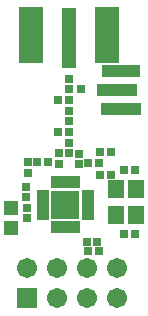
<source format=gts>
G04*
G04 #@! TF.GenerationSoftware,Altium Limited,Altium Designer,18.1.7 (191)*
G04*
G04 Layer_Color=8388736*
%FSLAX24Y24*%
%MOIN*%
G70*
G01*
G75*
%ADD26R,0.0810X0.0810*%
%ADD27R,0.0789X0.1852*%
%ADD28R,0.0474X0.2049*%
%ADD29R,0.0280X0.0280*%
%ADD30R,0.1379X0.0395*%
%ADD31R,0.1261X0.0395*%
%ADD32R,0.0552X0.0631*%
%ADD33R,0.0198X0.0434*%
%ADD34R,0.0434X0.0198*%
%ADD35R,0.0474X0.0474*%
%ADD36R,0.0277X0.0277*%
%ADD37R,0.0277X0.0277*%
%ADD38C,0.0080*%
%ADD39C,0.0671*%
%ADD40R,0.0671X0.0671*%
%ADD41R,0.0980X0.0980*%
D26*
X2491Y3566D02*
D03*
X2485Y3572D02*
D03*
D27*
X3860Y9231D02*
D03*
X1340D02*
D03*
D28*
X2600Y9133D02*
D03*
D29*
X3000Y7419D02*
D03*
X2600D02*
D03*
D30*
X4357Y6774D02*
D03*
X4199Y7404D02*
D03*
D31*
X4357Y8033D02*
D03*
D32*
X4850Y3218D02*
D03*
X4181D02*
D03*
Y4084D02*
D03*
X4850D02*
D03*
D33*
X2100Y4315D02*
D03*
X2297D02*
D03*
X2887D02*
D03*
X2691Y2827D02*
D03*
X2494D02*
D03*
X2100D02*
D03*
X2297D02*
D03*
X2887D02*
D03*
X2691Y4315D02*
D03*
X2494D02*
D03*
D34*
X3238Y3768D02*
D03*
X1750Y3571D02*
D03*
X3238Y3177D02*
D03*
X1750Y3965D02*
D03*
Y3374D02*
D03*
X3238Y3571D02*
D03*
Y3374D02*
D03*
Y3965D02*
D03*
X1750Y3768D02*
D03*
Y3177D02*
D03*
D35*
X662Y3471D02*
D03*
Y2801D02*
D03*
D36*
X1184Y3826D02*
D03*
Y4176D02*
D03*
X2600Y6350D02*
D03*
Y6700D02*
D03*
Y5634D02*
D03*
Y5284D02*
D03*
X2278Y5291D02*
D03*
Y4941D02*
D03*
X1250Y4984D02*
D03*
Y4634D02*
D03*
X1191Y3467D02*
D03*
Y3117D02*
D03*
X2950Y4921D02*
D03*
Y5271D02*
D03*
X2600Y7768D02*
D03*
Y7419D02*
D03*
D37*
X3257Y4977D02*
D03*
X3607D02*
D03*
X4800Y4734D02*
D03*
X4450D02*
D03*
X4807Y2584D02*
D03*
X4457D02*
D03*
X3643Y4577D02*
D03*
X3993D02*
D03*
X3600Y2034D02*
D03*
X3250D02*
D03*
X3643Y5327D02*
D03*
X3993D02*
D03*
X3193Y2334D02*
D03*
X3543D02*
D03*
X2600Y7050D02*
D03*
X2250D02*
D03*
Y6000D02*
D03*
X2600D02*
D03*
X1550Y4984D02*
D03*
X1900D02*
D03*
D38*
X2486Y3561D02*
D03*
D39*
X4200Y1450D02*
D03*
Y450D02*
D03*
X3200Y1450D02*
D03*
Y450D02*
D03*
X2200Y1450D02*
D03*
Y450D02*
D03*
X1200Y1450D02*
D03*
D40*
Y450D02*
D03*
D41*
X2486Y3561D02*
D03*
M02*

</source>
